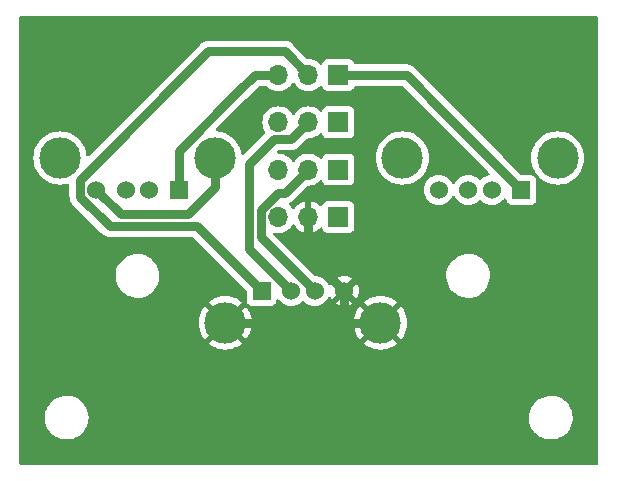
<source format=gbr>
%TF.GenerationSoftware,KiCad,Pcbnew,7.0.2*%
%TF.CreationDate,2023-04-22T20:19:08-03:00*%
%TF.ProjectId,usbsplitter,75736273-706c-4697-9474-65722e6b6963,1.0.1*%
%TF.SameCoordinates,Original*%
%TF.FileFunction,Copper,L1,Top*%
%TF.FilePolarity,Positive*%
%FSLAX46Y46*%
G04 Gerber Fmt 4.6, Leading zero omitted, Abs format (unit mm)*
G04 Created by KiCad (PCBNEW 7.0.2) date 2023-04-22 20:19:08*
%MOMM*%
%LPD*%
G01*
G04 APERTURE LIST*
%TA.AperFunction,ComponentPad*%
%ADD10R,1.700000X1.700000*%
%TD*%
%TA.AperFunction,ComponentPad*%
%ADD11O,1.700000X1.700000*%
%TD*%
%TA.AperFunction,ComponentPad*%
%ADD12R,1.524000X1.524000*%
%TD*%
%TA.AperFunction,ComponentPad*%
%ADD13C,1.524000*%
%TD*%
%TA.AperFunction,ComponentPad*%
%ADD14C,3.500000*%
%TD*%
%TA.AperFunction,Conductor*%
%ADD15C,0.800000*%
%TD*%
G04 APERTURE END LIST*
D10*
%TO.P,SW4,1,A*%
%TO.N,/GNDA*%
X179000000Y-82000000D03*
D11*
%TO.P,SW4,2,B*%
%TO.N,GND*%
X176460000Y-82000000D03*
%TO.P,SW4,3,C*%
%TO.N,/GNDB*%
X173920000Y-82000000D03*
%TD*%
D10*
%TO.P,SW3,1,A*%
%TO.N,/D-A*%
X179000000Y-74000000D03*
D11*
%TO.P,SW3,2,B*%
%TO.N,/D-*%
X176460000Y-74000000D03*
%TO.P,SW3,3,C*%
%TO.N,/D-B*%
X173920000Y-74000000D03*
%TD*%
D10*
%TO.P,SW2,1,A*%
%TO.N,/D+A*%
X179000000Y-78000000D03*
D11*
%TO.P,SW2,2,B*%
%TO.N,/D+*%
X176460000Y-78000000D03*
%TO.P,SW2,3,C*%
%TO.N,/D+B*%
X173920000Y-78000000D03*
%TD*%
D10*
%TO.P,SW1,1,A*%
%TO.N,/5VA*%
X179000000Y-70000000D03*
D11*
%TO.P,SW1,2,B*%
%TO.N,+5V*%
X176460000Y-70000000D03*
%TO.P,SW1,3,C*%
%TO.N,/5VB*%
X173920000Y-70000000D03*
%TD*%
D12*
%TO.P,OUT2,1,VBUS*%
%TO.N,/5VB*%
X165500000Y-79727500D03*
D13*
%TO.P,OUT2,2,D-*%
%TO.N,/D-B*%
X163000000Y-79727500D03*
%TO.P,OUT2,3,D+*%
%TO.N,/D+B*%
X161000000Y-79727500D03*
%TO.P,OUT2,4,GND*%
%TO.N,/GNDB*%
X158500000Y-79727500D03*
D14*
%TO.P,OUT2,5,Shield*%
X155430000Y-77017500D03*
X168570000Y-77017500D03*
%TD*%
D12*
%TO.P,OUT1,1,VBUS*%
%TO.N,/5VA*%
X194500000Y-79727500D03*
D13*
%TO.P,OUT1,2,D-*%
%TO.N,/D-A*%
X192000000Y-79727500D03*
%TO.P,OUT1,3,D+*%
%TO.N,/D+A*%
X190000000Y-79727500D03*
%TO.P,OUT1,4,GND*%
%TO.N,/GNDA*%
X187500000Y-79727500D03*
D14*
%TO.P,OUT1,5,Shield*%
X184430000Y-77017500D03*
X197570000Y-77017500D03*
%TD*%
D12*
%TO.P,IN1,1,VBUS*%
%TO.N,+5V*%
X172500000Y-88272500D03*
D13*
%TO.P,IN1,2,D-*%
%TO.N,/D-*%
X175000000Y-88272500D03*
%TO.P,IN1,3,D+*%
%TO.N,/D+*%
X177000000Y-88272500D03*
%TO.P,IN1,4,GND*%
%TO.N,GND*%
X179500000Y-88272500D03*
D14*
%TO.P,IN1,5,Shield*%
X182570000Y-90982500D03*
X169430000Y-90982500D03*
%TD*%
D15*
%TO.N,+5V*%
X172500000Y-88272500D02*
X167020393Y-82792893D01*
X174460000Y-68000000D02*
X176460000Y-70000000D01*
X167020393Y-82792893D02*
X159639234Y-82792893D01*
X159639234Y-82792893D02*
X157138000Y-80291659D01*
X157138000Y-80291659D02*
X157138000Y-78862000D01*
X157138000Y-78862000D02*
X168000000Y-68000000D01*
X168000000Y-68000000D02*
X174460000Y-68000000D01*
%TO.N,GND*%
X176460000Y-85232500D02*
X176460000Y-82000000D01*
%TO.N,/D+*%
X177000000Y-88272500D02*
X172470000Y-83742500D01*
X172470000Y-83742500D02*
X172470000Y-81399390D01*
X172470000Y-81399390D02*
X173869390Y-80000000D01*
X174460000Y-80000000D02*
X176460000Y-78000000D01*
X173869390Y-80000000D02*
X174460000Y-80000000D01*
%TO.N,/D-*%
X171470000Y-84742500D02*
X171470000Y-77530000D01*
X171470000Y-77530000D02*
X173550000Y-75450000D01*
X173550000Y-75450000D02*
X175010000Y-75450000D01*
X175010000Y-75450000D02*
X176460000Y-74000000D01*
%TO.N,/5VA*%
X187886250Y-73113750D02*
X194500000Y-79727500D01*
X179000000Y-70000000D02*
X184772500Y-70000000D01*
X184772500Y-70000000D02*
X187886250Y-73113750D01*
%TO.N,/5VB*%
X170460000Y-71460000D02*
X165500000Y-76420000D01*
X173920000Y-70000000D02*
X171920000Y-70000000D01*
X171920000Y-70000000D02*
X170460000Y-71460000D01*
%TO.N,GND*%
X169430000Y-90982500D02*
X179000000Y-90982500D01*
X179000000Y-90982500D02*
X182570000Y-90982500D01*
X179500000Y-88272500D02*
X179500000Y-90482500D01*
X179500000Y-90482500D02*
X179000000Y-90982500D01*
%TO.N,/GNDB*%
X168570000Y-77017500D02*
X168570000Y-79492373D01*
X168570000Y-79492373D02*
X166269480Y-81792893D01*
X166269480Y-81792893D02*
X160565393Y-81792893D01*
X160565393Y-81792893D02*
X158500000Y-79727500D01*
%TO.N,/5VB*%
X165500000Y-76420000D02*
X165500000Y-79727500D01*
%TO.N,/D-*%
X171470000Y-84742500D02*
X175000000Y-88272500D01*
%TO.N,GND*%
X176460000Y-85232500D02*
X179500000Y-88272500D01*
%TD*%
%TA.AperFunction,Conductor*%
%TO.N,GND*%
G36*
X200942539Y-65020185D02*
G01*
X200988294Y-65072989D01*
X200999500Y-65124500D01*
X200999500Y-102875500D01*
X200979815Y-102942539D01*
X200927011Y-102988294D01*
X200875500Y-102999500D01*
X152124500Y-102999500D01*
X152057461Y-102979815D01*
X152011706Y-102927011D01*
X152000500Y-102875500D01*
X152000500Y-99067764D01*
X154145787Y-99067764D01*
X154175413Y-99337016D01*
X154243928Y-99599087D01*
X154349871Y-99848392D01*
X154490982Y-100079611D01*
X154580253Y-100186881D01*
X154664255Y-100287820D01*
X154865998Y-100468582D01*
X155091910Y-100618044D01*
X155198211Y-100667876D01*
X155337177Y-100733021D01*
X155596562Y-100811058D01*
X155596569Y-100811060D01*
X155864561Y-100850500D01*
X155864564Y-100850500D01*
X156065369Y-100850500D01*
X156067631Y-100850500D01*
X156270156Y-100835677D01*
X156534553Y-100776780D01*
X156787558Y-100680014D01*
X157023777Y-100547441D01*
X157238177Y-100381888D01*
X157426186Y-100186881D01*
X157583799Y-99966579D01*
X157707656Y-99725675D01*
X157795118Y-99469305D01*
X157844319Y-99202933D01*
X157849259Y-99067764D01*
X195145787Y-99067764D01*
X195175413Y-99337016D01*
X195243928Y-99599087D01*
X195349871Y-99848392D01*
X195490982Y-100079611D01*
X195580253Y-100186881D01*
X195664255Y-100287820D01*
X195865998Y-100468582D01*
X196091910Y-100618044D01*
X196198211Y-100667876D01*
X196337177Y-100733021D01*
X196596562Y-100811058D01*
X196596569Y-100811060D01*
X196864561Y-100850500D01*
X196864564Y-100850500D01*
X197065369Y-100850500D01*
X197067631Y-100850500D01*
X197270156Y-100835677D01*
X197534553Y-100776780D01*
X197787558Y-100680014D01*
X198023777Y-100547441D01*
X198238177Y-100381888D01*
X198426186Y-100186881D01*
X198583799Y-99966579D01*
X198707656Y-99725675D01*
X198795118Y-99469305D01*
X198844319Y-99202933D01*
X198854212Y-98932235D01*
X198824586Y-98662982D01*
X198756072Y-98400912D01*
X198650130Y-98151610D01*
X198509018Y-97920390D01*
X198509017Y-97920388D01*
X198335746Y-97712181D01*
X198230759Y-97618112D01*
X198134002Y-97531418D01*
X197908090Y-97381956D01*
X197908086Y-97381954D01*
X197662822Y-97266978D01*
X197403437Y-97188941D01*
X197403431Y-97188940D01*
X197135439Y-97149500D01*
X196932369Y-97149500D01*
X196930120Y-97149664D01*
X196930109Y-97149665D01*
X196729843Y-97164322D01*
X196465449Y-97223219D01*
X196212441Y-97319986D01*
X195976223Y-97452559D01*
X195761825Y-97618109D01*
X195573813Y-97813120D01*
X195416201Y-98033420D01*
X195292342Y-98274329D01*
X195204881Y-98530695D01*
X195155680Y-98797066D01*
X195145787Y-99067764D01*
X157849259Y-99067764D01*
X157854212Y-98932235D01*
X157824586Y-98662982D01*
X157756072Y-98400912D01*
X157650130Y-98151610D01*
X157509018Y-97920390D01*
X157509017Y-97920388D01*
X157335746Y-97712181D01*
X157230759Y-97618112D01*
X157134002Y-97531418D01*
X156908090Y-97381956D01*
X156908086Y-97381954D01*
X156662822Y-97266978D01*
X156403437Y-97188941D01*
X156403431Y-97188940D01*
X156135439Y-97149500D01*
X155932369Y-97149500D01*
X155930120Y-97149664D01*
X155930109Y-97149665D01*
X155729843Y-97164322D01*
X155465449Y-97223219D01*
X155212441Y-97319986D01*
X154976223Y-97452559D01*
X154761825Y-97618109D01*
X154573813Y-97813120D01*
X154416201Y-98033420D01*
X154292342Y-98274329D01*
X154204881Y-98530695D01*
X154155680Y-98797066D01*
X154145787Y-99067764D01*
X152000500Y-99067764D01*
X152000500Y-90986543D01*
X167175437Y-90986543D01*
X167194197Y-91272771D01*
X167195253Y-91280793D01*
X167251210Y-91562108D01*
X167253307Y-91569936D01*
X167345505Y-91841538D01*
X167348607Y-91849028D01*
X167475466Y-92106274D01*
X167479516Y-92113288D01*
X167638866Y-92351771D01*
X167643805Y-92358208D01*
X167670405Y-92388539D01*
X167670406Y-92388539D01*
X168459438Y-91599507D01*
X168508348Y-91678499D01*
X168651931Y-91836001D01*
X168810388Y-91955663D01*
X168023959Y-92742092D01*
X168023959Y-92742093D01*
X168054291Y-92768694D01*
X168060728Y-92773633D01*
X168299211Y-92932983D01*
X168306225Y-92937033D01*
X168563471Y-93063892D01*
X168570961Y-93066994D01*
X168842563Y-93159192D01*
X168850391Y-93161289D01*
X169131706Y-93217246D01*
X169139728Y-93218302D01*
X169425957Y-93237063D01*
X169434043Y-93237063D01*
X169720271Y-93218302D01*
X169728293Y-93217246D01*
X170009608Y-93161289D01*
X170017436Y-93159192D01*
X170289038Y-93066994D01*
X170296528Y-93063892D01*
X170553774Y-92937033D01*
X170560788Y-92932983D01*
X170799273Y-92773632D01*
X170805698Y-92768701D01*
X170836040Y-92742092D01*
X170049611Y-91955663D01*
X170208069Y-91836001D01*
X170351652Y-91678499D01*
X170400560Y-91599508D01*
X171189592Y-92388540D01*
X171216201Y-92358198D01*
X171221132Y-92351773D01*
X171380483Y-92113288D01*
X171384533Y-92106274D01*
X171511392Y-91849028D01*
X171514494Y-91841538D01*
X171606692Y-91569936D01*
X171608789Y-91562108D01*
X171664746Y-91280793D01*
X171665802Y-91272771D01*
X171684563Y-90986543D01*
X180315437Y-90986543D01*
X180334197Y-91272771D01*
X180335253Y-91280793D01*
X180391210Y-91562108D01*
X180393307Y-91569936D01*
X180485505Y-91841538D01*
X180488607Y-91849028D01*
X180615466Y-92106274D01*
X180619516Y-92113288D01*
X180778866Y-92351771D01*
X180783805Y-92358208D01*
X180810405Y-92388539D01*
X180810406Y-92388539D01*
X181599438Y-91599507D01*
X181648348Y-91678499D01*
X181791931Y-91836001D01*
X181950388Y-91955663D01*
X181163959Y-92742092D01*
X181163959Y-92742093D01*
X181194291Y-92768694D01*
X181200728Y-92773633D01*
X181439211Y-92932983D01*
X181446225Y-92937033D01*
X181703471Y-93063892D01*
X181710961Y-93066994D01*
X181982563Y-93159192D01*
X181990391Y-93161289D01*
X182271706Y-93217246D01*
X182279728Y-93218302D01*
X182565957Y-93237063D01*
X182574043Y-93237063D01*
X182860271Y-93218302D01*
X182868293Y-93217246D01*
X183149608Y-93161289D01*
X183157436Y-93159192D01*
X183429038Y-93066994D01*
X183436528Y-93063892D01*
X183693774Y-92937033D01*
X183700788Y-92932983D01*
X183939273Y-92773632D01*
X183945698Y-92768701D01*
X183976040Y-92742092D01*
X183189611Y-91955663D01*
X183348069Y-91836001D01*
X183491652Y-91678499D01*
X183540560Y-91599508D01*
X184329592Y-92388540D01*
X184356201Y-92358198D01*
X184361132Y-92351773D01*
X184520483Y-92113288D01*
X184524533Y-92106274D01*
X184651392Y-91849028D01*
X184654494Y-91841538D01*
X184746692Y-91569936D01*
X184748789Y-91562108D01*
X184804746Y-91280793D01*
X184805802Y-91272771D01*
X184824563Y-90986543D01*
X184824563Y-90978456D01*
X184805802Y-90692228D01*
X184804746Y-90684206D01*
X184748789Y-90402891D01*
X184746692Y-90395063D01*
X184654494Y-90123461D01*
X184651392Y-90115971D01*
X184524533Y-89858725D01*
X184520483Y-89851711D01*
X184361133Y-89613228D01*
X184356194Y-89606791D01*
X184329592Y-89576459D01*
X183540560Y-90365491D01*
X183491652Y-90286501D01*
X183348069Y-90128999D01*
X183189610Y-90009335D01*
X183976039Y-89222906D01*
X183976039Y-89222905D01*
X183945708Y-89196305D01*
X183939271Y-89191366D01*
X183700788Y-89032016D01*
X183693774Y-89027966D01*
X183436528Y-88901107D01*
X183429038Y-88898005D01*
X183157436Y-88805807D01*
X183149608Y-88803710D01*
X182868293Y-88747753D01*
X182860271Y-88746697D01*
X182574043Y-88727937D01*
X182565957Y-88727937D01*
X182279728Y-88746697D01*
X182271706Y-88747753D01*
X181990391Y-88803710D01*
X181982563Y-88805807D01*
X181710961Y-88898005D01*
X181703471Y-88901107D01*
X181446225Y-89027966D01*
X181439211Y-89032016D01*
X181200723Y-89191369D01*
X181194295Y-89196301D01*
X181163958Y-89222905D01*
X181163958Y-89222906D01*
X181950388Y-90009336D01*
X181791931Y-90128999D01*
X181648348Y-90286501D01*
X181599439Y-90365491D01*
X180810406Y-89576458D01*
X180810405Y-89576458D01*
X180783801Y-89606795D01*
X180778869Y-89613223D01*
X180619516Y-89851711D01*
X180615466Y-89858725D01*
X180488607Y-90115971D01*
X180485505Y-90123461D01*
X180393307Y-90395063D01*
X180391210Y-90402891D01*
X180335253Y-90684206D01*
X180334197Y-90692228D01*
X180315437Y-90978456D01*
X180315437Y-90986543D01*
X171684563Y-90986543D01*
X171684563Y-90978456D01*
X171665802Y-90692228D01*
X171664746Y-90684206D01*
X171608789Y-90402891D01*
X171606692Y-90395063D01*
X171514494Y-90123461D01*
X171511392Y-90115971D01*
X171384533Y-89858725D01*
X171380483Y-89851711D01*
X171221133Y-89613228D01*
X171216194Y-89606791D01*
X171189592Y-89576459D01*
X170400560Y-90365491D01*
X170351652Y-90286501D01*
X170208069Y-90128999D01*
X170049610Y-90009335D01*
X170836039Y-89222906D01*
X170836039Y-89222905D01*
X170805708Y-89196305D01*
X170799271Y-89191366D01*
X170560788Y-89032016D01*
X170553774Y-89027966D01*
X170296528Y-88901107D01*
X170289038Y-88898005D01*
X170017436Y-88805807D01*
X170009608Y-88803710D01*
X169728293Y-88747753D01*
X169720271Y-88746697D01*
X169434043Y-88727937D01*
X169425957Y-88727937D01*
X169139728Y-88746697D01*
X169131706Y-88747753D01*
X168850391Y-88803710D01*
X168842563Y-88805807D01*
X168570961Y-88898005D01*
X168563471Y-88901107D01*
X168306225Y-89027966D01*
X168299211Y-89032016D01*
X168060723Y-89191369D01*
X168054295Y-89196301D01*
X168023958Y-89222905D01*
X168023958Y-89222906D01*
X168810388Y-90009336D01*
X168651931Y-90128999D01*
X168508348Y-90286501D01*
X168459439Y-90365491D01*
X167670406Y-89576458D01*
X167670405Y-89576458D01*
X167643801Y-89606795D01*
X167638869Y-89613223D01*
X167479516Y-89851711D01*
X167475466Y-89858725D01*
X167348607Y-90115971D01*
X167345505Y-90123461D01*
X167253307Y-90395063D01*
X167251210Y-90402891D01*
X167195253Y-90684206D01*
X167194197Y-90692228D01*
X167175437Y-90978456D01*
X167175437Y-90986543D01*
X152000500Y-90986543D01*
X152000500Y-87067764D01*
X160145787Y-87067764D01*
X160175413Y-87337016D01*
X160175414Y-87337018D01*
X160243928Y-87599088D01*
X160341193Y-87827971D01*
X160349871Y-87848392D01*
X160490982Y-88079611D01*
X160660660Y-88283500D01*
X160664255Y-88287820D01*
X160865998Y-88468582D01*
X161091910Y-88618044D01*
X161198211Y-88667876D01*
X161337177Y-88733021D01*
X161596562Y-88811058D01*
X161596569Y-88811060D01*
X161864561Y-88850500D01*
X161864564Y-88850500D01*
X162065369Y-88850500D01*
X162067631Y-88850500D01*
X162270156Y-88835677D01*
X162534553Y-88776780D01*
X162787558Y-88680014D01*
X163023777Y-88547441D01*
X163238177Y-88381888D01*
X163426186Y-88186881D01*
X163583799Y-87966579D01*
X163707656Y-87725675D01*
X163795118Y-87469305D01*
X163844319Y-87202933D01*
X163854212Y-86932235D01*
X163824586Y-86662982D01*
X163756072Y-86400912D01*
X163650130Y-86151610D01*
X163509018Y-85920390D01*
X163509017Y-85920388D01*
X163335746Y-85712181D01*
X163230759Y-85618112D01*
X163134002Y-85531418D01*
X162908090Y-85381956D01*
X162908086Y-85381954D01*
X162662822Y-85266978D01*
X162403437Y-85188941D01*
X162403431Y-85188940D01*
X162135439Y-85149500D01*
X161932369Y-85149500D01*
X161930120Y-85149664D01*
X161930109Y-85149665D01*
X161729843Y-85164322D01*
X161465449Y-85223219D01*
X161212441Y-85319986D01*
X160976223Y-85452559D01*
X160761825Y-85618109D01*
X160573813Y-85813120D01*
X160416201Y-86033420D01*
X160292342Y-86274329D01*
X160204881Y-86530695D01*
X160155680Y-86797066D01*
X160145787Y-87067764D01*
X152000500Y-87067764D01*
X152000500Y-77017500D01*
X153174671Y-77017500D01*
X153193966Y-77311880D01*
X153194757Y-77315861D01*
X153194758Y-77315862D01*
X153250726Y-77597238D01*
X153250728Y-77597245D01*
X153251519Y-77601222D01*
X153252819Y-77605053D01*
X153252823Y-77605066D01*
X153271720Y-77660733D01*
X153346348Y-77880577D01*
X153348141Y-77884213D01*
X153348144Y-77884220D01*
X153475032Y-78141525D01*
X153475038Y-78141536D01*
X153476828Y-78145165D01*
X153479079Y-78148534D01*
X153479082Y-78148539D01*
X153638467Y-78387075D01*
X153640727Y-78390457D01*
X153835242Y-78612258D01*
X154057043Y-78806773D01*
X154302335Y-78970672D01*
X154305968Y-78972463D01*
X154305974Y-78972467D01*
X154494792Y-79065581D01*
X154566923Y-79101152D01*
X154739708Y-79159805D01*
X154842433Y-79194676D01*
X154842435Y-79194676D01*
X154846278Y-79195981D01*
X155135620Y-79253534D01*
X155430000Y-79272829D01*
X155724380Y-79253534D01*
X156013722Y-79195981D01*
X156073644Y-79175639D01*
X156143448Y-79172730D01*
X156203749Y-79208023D01*
X156235396Y-79270314D01*
X156237500Y-79293059D01*
X156237500Y-80211032D01*
X156235973Y-80230430D01*
X156233780Y-80244269D01*
X156237330Y-80311994D01*
X156237500Y-80318483D01*
X156237500Y-80338851D01*
X156237837Y-80342063D01*
X156237838Y-80342072D01*
X156239628Y-80359106D01*
X156240136Y-80365568D01*
X156243686Y-80433304D01*
X156247315Y-80446846D01*
X156250860Y-80465974D01*
X156252325Y-80479913D01*
X156273282Y-80544413D01*
X156275125Y-80550635D01*
X156292679Y-80616146D01*
X156299042Y-80628633D01*
X156306489Y-80646612D01*
X156310820Y-80659942D01*
X156344725Y-80718667D01*
X156347823Y-80724372D01*
X156365662Y-80759383D01*
X156378617Y-80784808D01*
X156387439Y-80795702D01*
X156398458Y-80811735D01*
X156405466Y-80823874D01*
X156450854Y-80874284D01*
X156455067Y-80879216D01*
X156467881Y-80895039D01*
X156470180Y-80897338D01*
X156482274Y-80909432D01*
X156486743Y-80914141D01*
X156529736Y-80961890D01*
X156532129Y-80964547D01*
X156543467Y-80972784D01*
X156558265Y-80985423D01*
X158945469Y-83372627D01*
X158958107Y-83387424D01*
X158966345Y-83398764D01*
X159016750Y-83444148D01*
X159021459Y-83448617D01*
X159035854Y-83463012D01*
X159038376Y-83465054D01*
X159051676Y-83475825D01*
X159056589Y-83480020D01*
X159107018Y-83525426D01*
X159107020Y-83525427D01*
X159107021Y-83525428D01*
X159119150Y-83532430D01*
X159135192Y-83543455D01*
X159146084Y-83552276D01*
X159168579Y-83563737D01*
X159206526Y-83583071D01*
X159212183Y-83586142D01*
X159270950Y-83620072D01*
X159284287Y-83624405D01*
X159302254Y-83631848D01*
X159314746Y-83638213D01*
X159314748Y-83638214D01*
X159380262Y-83655769D01*
X159386485Y-83657612D01*
X159450978Y-83678567D01*
X159464920Y-83680031D01*
X159484050Y-83683578D01*
X159497587Y-83687206D01*
X159503531Y-83687517D01*
X159565329Y-83690755D01*
X159571787Y-83691264D01*
X159592042Y-83693393D01*
X159612408Y-83693393D01*
X159618897Y-83693563D01*
X159686622Y-83697112D01*
X159700462Y-83694919D01*
X159719860Y-83693393D01*
X166596032Y-83693393D01*
X166663071Y-83713078D01*
X166683713Y-83729712D01*
X171201181Y-88247181D01*
X171234666Y-88308504D01*
X171237500Y-88334862D01*
X171237500Y-89079060D01*
X171237500Y-89079078D01*
X171237501Y-89082372D01*
X171237853Y-89085652D01*
X171237854Y-89085659D01*
X171243909Y-89141984D01*
X171262328Y-89191366D01*
X171294204Y-89276831D01*
X171380454Y-89392046D01*
X171495669Y-89478296D01*
X171630517Y-89528591D01*
X171690127Y-89535000D01*
X173309872Y-89534999D01*
X173369483Y-89528591D01*
X173504331Y-89478296D01*
X173619546Y-89392046D01*
X173705796Y-89276831D01*
X173756091Y-89141983D01*
X173762229Y-89084888D01*
X173788965Y-89020340D01*
X173846357Y-88980491D01*
X173916182Y-88977996D01*
X173976272Y-89013648D01*
X173987087Y-89027014D01*
X174029174Y-89087120D01*
X174185380Y-89243326D01*
X174366338Y-89370034D01*
X174566550Y-89463394D01*
X174779932Y-89520570D01*
X175000000Y-89539823D01*
X175220068Y-89520570D01*
X175433450Y-89463394D01*
X175633662Y-89370034D01*
X175814620Y-89243326D01*
X175912322Y-89145623D01*
X175973641Y-89112141D01*
X176043333Y-89117125D01*
X176087676Y-89145622D01*
X176185380Y-89243326D01*
X176366338Y-89370034D01*
X176566550Y-89463394D01*
X176779932Y-89520570D01*
X177000000Y-89539823D01*
X177220068Y-89520570D01*
X177433450Y-89463394D01*
X177633662Y-89370034D01*
X177814620Y-89243326D01*
X177970826Y-89087120D01*
X178097534Y-88906162D01*
X178137894Y-88819608D01*
X178184066Y-88767169D01*
X178251259Y-88748017D01*
X178318140Y-88768232D01*
X178362658Y-88819609D01*
X178402899Y-88905907D01*
X178448258Y-88970687D01*
X179046220Y-88372725D01*
X179046467Y-88376016D01*
X179097128Y-88505098D01*
X179183586Y-88613513D01*
X179298159Y-88691627D01*
X179402301Y-88723750D01*
X178801812Y-89324240D01*
X178866593Y-89369601D01*
X179066718Y-89462920D01*
X179280021Y-89520075D01*
X179500000Y-89539321D01*
X179719978Y-89520075D01*
X179933281Y-89462920D01*
X180133408Y-89369600D01*
X180198187Y-89324240D01*
X179597020Y-88723072D01*
X179637119Y-88717029D01*
X179762054Y-88656863D01*
X179863705Y-88562545D01*
X179933039Y-88442455D01*
X179949850Y-88368796D01*
X180551740Y-88970686D01*
X180597100Y-88905908D01*
X180690420Y-88705781D01*
X180747575Y-88492478D01*
X180766821Y-88272499D01*
X180747575Y-88052521D01*
X180690421Y-87839220D01*
X180597098Y-87639089D01*
X180551740Y-87574311D01*
X179953779Y-88172271D01*
X179953533Y-88168984D01*
X179902872Y-88039902D01*
X179816414Y-87931487D01*
X179701841Y-87853373D01*
X179597697Y-87821249D01*
X180198187Y-87220758D01*
X180133406Y-87175398D01*
X179933281Y-87082079D01*
X179879857Y-87067764D01*
X188145787Y-87067764D01*
X188175413Y-87337016D01*
X188175414Y-87337018D01*
X188243928Y-87599088D01*
X188341193Y-87827971D01*
X188349871Y-87848392D01*
X188490982Y-88079611D01*
X188660660Y-88283500D01*
X188664255Y-88287820D01*
X188865998Y-88468582D01*
X189091910Y-88618044D01*
X189198211Y-88667876D01*
X189337177Y-88733021D01*
X189596562Y-88811058D01*
X189596569Y-88811060D01*
X189864561Y-88850500D01*
X189864564Y-88850500D01*
X190065369Y-88850500D01*
X190067631Y-88850500D01*
X190270156Y-88835677D01*
X190534553Y-88776780D01*
X190787558Y-88680014D01*
X191023777Y-88547441D01*
X191238177Y-88381888D01*
X191426186Y-88186881D01*
X191583799Y-87966579D01*
X191707656Y-87725675D01*
X191795118Y-87469305D01*
X191844319Y-87202933D01*
X191854212Y-86932235D01*
X191824586Y-86662982D01*
X191756072Y-86400912D01*
X191650130Y-86151610D01*
X191509018Y-85920390D01*
X191509017Y-85920388D01*
X191335746Y-85712181D01*
X191230759Y-85618112D01*
X191134002Y-85531418D01*
X190908090Y-85381956D01*
X190908086Y-85381954D01*
X190662822Y-85266978D01*
X190403437Y-85188941D01*
X190403431Y-85188940D01*
X190135439Y-85149500D01*
X189932369Y-85149500D01*
X189930120Y-85149664D01*
X189930109Y-85149665D01*
X189729843Y-85164322D01*
X189465449Y-85223219D01*
X189212441Y-85319986D01*
X188976223Y-85452559D01*
X188761825Y-85618109D01*
X188573813Y-85813120D01*
X188416201Y-86033420D01*
X188292342Y-86274329D01*
X188204881Y-86530695D01*
X188155680Y-86797066D01*
X188145787Y-87067764D01*
X179879857Y-87067764D01*
X179719978Y-87024924D01*
X179500000Y-87005678D01*
X179280021Y-87024924D01*
X179066719Y-87082078D01*
X178866589Y-87175400D01*
X178801812Y-87220758D01*
X178801811Y-87220758D01*
X179402980Y-87821927D01*
X179362881Y-87827971D01*
X179237946Y-87888137D01*
X179136295Y-87982455D01*
X179066961Y-88102545D01*
X179050149Y-88176202D01*
X178448258Y-87574311D01*
X178448258Y-87574312D01*
X178402901Y-87639088D01*
X178362657Y-87725392D01*
X178316484Y-87777831D01*
X178249290Y-87796982D01*
X178182409Y-87776766D01*
X178137893Y-87725390D01*
X178097534Y-87638839D01*
X178069700Y-87599088D01*
X177970826Y-87457880D01*
X177814620Y-87301674D01*
X177633662Y-87174966D01*
X177433451Y-87081606D01*
X177220065Y-87024429D01*
X177051728Y-87009702D01*
X176986659Y-86984250D01*
X176974854Y-86973855D01*
X173535722Y-83534723D01*
X173502237Y-83473400D01*
X173507221Y-83403708D01*
X173549093Y-83347775D01*
X173614557Y-83323358D01*
X173655496Y-83327266D01*
X173684592Y-83335063D01*
X173920000Y-83355659D01*
X174155408Y-83335063D01*
X174383663Y-83273903D01*
X174597830Y-83174035D01*
X174791401Y-83038495D01*
X174958495Y-82871401D01*
X175088732Y-82685403D01*
X175143307Y-82641780D01*
X175212805Y-82634586D01*
X175275160Y-82666109D01*
X175291880Y-82685404D01*
X175421893Y-82871081D01*
X175588918Y-83038106D01*
X175782423Y-83173600D01*
X175996509Y-83273430D01*
X176210000Y-83330634D01*
X176210000Y-82435501D01*
X176317685Y-82484680D01*
X176424237Y-82500000D01*
X176495763Y-82500000D01*
X176602315Y-82484680D01*
X176710000Y-82435501D01*
X176710000Y-83330633D01*
X176923490Y-83273430D01*
X177137576Y-83173600D01*
X177331077Y-83038109D01*
X177453133Y-82916053D01*
X177514456Y-82882568D01*
X177584148Y-82887552D01*
X177640082Y-82929423D01*
X177656996Y-82960399D01*
X177706204Y-83092331D01*
X177792454Y-83207546D01*
X177907669Y-83293796D01*
X178042517Y-83344091D01*
X178102127Y-83350500D01*
X179897872Y-83350499D01*
X179957483Y-83344091D01*
X180092331Y-83293796D01*
X180207546Y-83207546D01*
X180293796Y-83092331D01*
X180344091Y-82957483D01*
X180350500Y-82897873D01*
X180350499Y-81102128D01*
X180344091Y-81042517D01*
X180293796Y-80907669D01*
X180207546Y-80792454D01*
X180092331Y-80706204D01*
X179957483Y-80655909D01*
X179955734Y-80655721D01*
X179901166Y-80649854D01*
X179901165Y-80649853D01*
X179897873Y-80649500D01*
X179894550Y-80649500D01*
X178105439Y-80649500D01*
X178105420Y-80649500D01*
X178102128Y-80649501D01*
X178098848Y-80649853D01*
X178098840Y-80649854D01*
X178042515Y-80655909D01*
X177907669Y-80706204D01*
X177792454Y-80792454D01*
X177706204Y-80907669D01*
X177656997Y-81039599D01*
X177615125Y-81095532D01*
X177549661Y-81119949D01*
X177481388Y-81105097D01*
X177453134Y-81083946D01*
X177331081Y-80961893D01*
X177137576Y-80826399D01*
X176923492Y-80726569D01*
X176710000Y-80669364D01*
X176710000Y-81564498D01*
X176602315Y-81515320D01*
X176495763Y-81500000D01*
X176424237Y-81500000D01*
X176317685Y-81515320D01*
X176210000Y-81564498D01*
X176210000Y-80669364D01*
X176209999Y-80669364D01*
X175996507Y-80726569D01*
X175782421Y-80826400D01*
X175588921Y-80961890D01*
X175421893Y-81128918D01*
X175291880Y-81314596D01*
X175237303Y-81358220D01*
X175167804Y-81365413D01*
X175105450Y-81333891D01*
X175088730Y-81314595D01*
X174958494Y-81128598D01*
X174834009Y-81004113D01*
X174800524Y-80942790D01*
X174805508Y-80873098D01*
X174847380Y-80817165D01*
X174859672Y-80809056D01*
X174887048Y-80793250D01*
X174892677Y-80790193D01*
X174953149Y-80759383D01*
X174964042Y-80750560D01*
X174980074Y-80739542D01*
X174992216Y-80732533D01*
X175042638Y-80687131D01*
X175047540Y-80682945D01*
X175063380Y-80670119D01*
X175077779Y-80655718D01*
X175082471Y-80651265D01*
X175132888Y-80605871D01*
X175141129Y-80594526D01*
X175153760Y-80579737D01*
X176343564Y-79389933D01*
X176404885Y-79356450D01*
X176442048Y-79354088D01*
X176460000Y-79355659D01*
X176460002Y-79355658D01*
X176460004Y-79355659D01*
X176648326Y-79339182D01*
X176695408Y-79335063D01*
X176923663Y-79273903D01*
X177137830Y-79174035D01*
X177331401Y-79038495D01*
X177453329Y-78916566D01*
X177514648Y-78883084D01*
X177584340Y-78888068D01*
X177640274Y-78929939D01*
X177657189Y-78960916D01*
X177678583Y-79018276D01*
X177706204Y-79092331D01*
X177792454Y-79207546D01*
X177907669Y-79293796D01*
X178042517Y-79344091D01*
X178102127Y-79350500D01*
X179897872Y-79350499D01*
X179957483Y-79344091D01*
X180092331Y-79293796D01*
X180207546Y-79207546D01*
X180293796Y-79092331D01*
X180344091Y-78957483D01*
X180350500Y-78897873D01*
X180350499Y-77102128D01*
X180344091Y-77042517D01*
X180334760Y-77017500D01*
X182174671Y-77017500D01*
X182193966Y-77311880D01*
X182194757Y-77315861D01*
X182194758Y-77315862D01*
X182250726Y-77597238D01*
X182250728Y-77597245D01*
X182251519Y-77601222D01*
X182252819Y-77605053D01*
X182252823Y-77605066D01*
X182271720Y-77660733D01*
X182346348Y-77880577D01*
X182348141Y-77884213D01*
X182348144Y-77884220D01*
X182475032Y-78141525D01*
X182475038Y-78141536D01*
X182476828Y-78145165D01*
X182479079Y-78148534D01*
X182479082Y-78148539D01*
X182638467Y-78387075D01*
X182640727Y-78390457D01*
X182835242Y-78612258D01*
X183057043Y-78806773D01*
X183302335Y-78970672D01*
X183305968Y-78972463D01*
X183305974Y-78972467D01*
X183494792Y-79065581D01*
X183566923Y-79101152D01*
X183739708Y-79159805D01*
X183842433Y-79194676D01*
X183842435Y-79194676D01*
X183846278Y-79195981D01*
X184135620Y-79253534D01*
X184430000Y-79272829D01*
X184724380Y-79253534D01*
X185013722Y-79195981D01*
X185293077Y-79101152D01*
X185557665Y-78970672D01*
X185802957Y-78806773D01*
X186024758Y-78612258D01*
X186219273Y-78390457D01*
X186383172Y-78145165D01*
X186513652Y-77880577D01*
X186608481Y-77601222D01*
X186666034Y-77311880D01*
X186685329Y-77017500D01*
X186666034Y-76723120D01*
X186608481Y-76433778D01*
X186596900Y-76399663D01*
X186557816Y-76284525D01*
X186513652Y-76154423D01*
X186383172Y-75889836D01*
X186348119Y-75837376D01*
X186287807Y-75747112D01*
X186219273Y-75644543D01*
X186024758Y-75422742D01*
X185802957Y-75228227D01*
X185772006Y-75207546D01*
X185561039Y-75066582D01*
X185561034Y-75066579D01*
X185557665Y-75064328D01*
X185554036Y-75062538D01*
X185554025Y-75062532D01*
X185296720Y-74935644D01*
X185296713Y-74935641D01*
X185293077Y-74933848D01*
X185281562Y-74929939D01*
X185017566Y-74840323D01*
X185017553Y-74840319D01*
X185013722Y-74839019D01*
X185009745Y-74838228D01*
X185009738Y-74838226D01*
X184728362Y-74782258D01*
X184728361Y-74782257D01*
X184724380Y-74781466D01*
X184720330Y-74781200D01*
X184720326Y-74781200D01*
X184434058Y-74762437D01*
X184430000Y-74762171D01*
X184425942Y-74762437D01*
X184139673Y-74781200D01*
X184139667Y-74781200D01*
X184135620Y-74781466D01*
X184131640Y-74782257D01*
X184131637Y-74782258D01*
X183850261Y-74838226D01*
X183850250Y-74838228D01*
X183846278Y-74839019D01*
X183842449Y-74840318D01*
X183842433Y-74840323D01*
X183570769Y-74932542D01*
X183570762Y-74932544D01*
X183566923Y-74933848D01*
X183563286Y-74935641D01*
X183563280Y-74935644D01*
X183305976Y-75062532D01*
X183305964Y-75062538D01*
X183302336Y-75064328D01*
X183298973Y-75066575D01*
X183298961Y-75066582D01*
X183060424Y-75225967D01*
X183060414Y-75225973D01*
X183057043Y-75228227D01*
X183053992Y-75230902D01*
X183053985Y-75230908D01*
X182838290Y-75420068D01*
X182838282Y-75420075D01*
X182835242Y-75422742D01*
X182832575Y-75425782D01*
X182832568Y-75425790D01*
X182643408Y-75641485D01*
X182643402Y-75641492D01*
X182640727Y-75644543D01*
X182638473Y-75647914D01*
X182638467Y-75647924D01*
X182479082Y-75886461D01*
X182479075Y-75886473D01*
X182476828Y-75889836D01*
X182475038Y-75893464D01*
X182475032Y-75893476D01*
X182348144Y-76150780D01*
X182348141Y-76150786D01*
X182346348Y-76154423D01*
X182345044Y-76158262D01*
X182345042Y-76158269D01*
X182252823Y-76429933D01*
X182252818Y-76429949D01*
X182251519Y-76433778D01*
X182250728Y-76437750D01*
X182250726Y-76437761D01*
X182196513Y-76710313D01*
X182193966Y-76723120D01*
X182193700Y-76727167D01*
X182193700Y-76727173D01*
X182178341Y-76961505D01*
X182174671Y-77017500D01*
X180334760Y-77017500D01*
X180293796Y-76907669D01*
X180207546Y-76792454D01*
X180092331Y-76706204D01*
X179957483Y-76655909D01*
X179897873Y-76649500D01*
X179894550Y-76649500D01*
X178105439Y-76649500D01*
X178105420Y-76649500D01*
X178102128Y-76649501D01*
X178098848Y-76649853D01*
X178098840Y-76649854D01*
X178042515Y-76655909D01*
X177907669Y-76706204D01*
X177792454Y-76792454D01*
X177706204Y-76907669D01*
X177657189Y-77039083D01*
X177615317Y-77095016D01*
X177549852Y-77119433D01*
X177481580Y-77104581D01*
X177453326Y-77083430D01*
X177331404Y-76961508D01*
X177331404Y-76961507D01*
X177331401Y-76961505D01*
X177137830Y-76825965D01*
X176923663Y-76726097D01*
X176862502Y-76709709D01*
X176695407Y-76664936D01*
X176460000Y-76644340D01*
X176224592Y-76664936D01*
X175996336Y-76726097D01*
X175782170Y-76825965D01*
X175588598Y-76961505D01*
X175421505Y-77128598D01*
X175291575Y-77314159D01*
X175236998Y-77357784D01*
X175167500Y-77364978D01*
X175105145Y-77333455D01*
X175088425Y-77314159D01*
X174958494Y-77128598D01*
X174791404Y-76961508D01*
X174791404Y-76961507D01*
X174791401Y-76961505D01*
X174597830Y-76825965D01*
X174383663Y-76726097D01*
X174322502Y-76709709D01*
X174155407Y-76664936D01*
X173917462Y-76644118D01*
X173852394Y-76618665D01*
X173811415Y-76562074D01*
X173807537Y-76492312D01*
X173840589Y-76432909D01*
X173886680Y-76386818D01*
X173948004Y-76353334D01*
X173974361Y-76350500D01*
X174929374Y-76350500D01*
X174948771Y-76352026D01*
X174962612Y-76354219D01*
X175030336Y-76350670D01*
X175036826Y-76350500D01*
X175053952Y-76350500D01*
X175057192Y-76350500D01*
X175060413Y-76350161D01*
X175060421Y-76350161D01*
X175077447Y-76348371D01*
X175083906Y-76347862D01*
X175151646Y-76344313D01*
X175165193Y-76340682D01*
X175184309Y-76337139D01*
X175198256Y-76335674D01*
X175262786Y-76314706D01*
X175268951Y-76312880D01*
X175334488Y-76295320D01*
X175346974Y-76288956D01*
X175364953Y-76281509D01*
X175378284Y-76277179D01*
X175437051Y-76243248D01*
X175442677Y-76240193D01*
X175503149Y-76209383D01*
X175514042Y-76200560D01*
X175530074Y-76189542D01*
X175542216Y-76182533D01*
X175592638Y-76137131D01*
X175597540Y-76132945D01*
X175613380Y-76120119D01*
X175627779Y-76105718D01*
X175632471Y-76101265D01*
X175682888Y-76055871D01*
X175691129Y-76044526D01*
X175703760Y-76029737D01*
X176343566Y-75389932D01*
X176404885Y-75356450D01*
X176442048Y-75354088D01*
X176460000Y-75355659D01*
X176460002Y-75355658D01*
X176460004Y-75355659D01*
X176648326Y-75339182D01*
X176695408Y-75335063D01*
X176923663Y-75273903D01*
X177137830Y-75174035D01*
X177331401Y-75038495D01*
X177453329Y-74916566D01*
X177514648Y-74883084D01*
X177584340Y-74888068D01*
X177640274Y-74929939D01*
X177657189Y-74960916D01*
X177706204Y-75092331D01*
X177792454Y-75207546D01*
X177907669Y-75293796D01*
X178042517Y-75344091D01*
X178102127Y-75350500D01*
X179897872Y-75350499D01*
X179957483Y-75344091D01*
X180092331Y-75293796D01*
X180207546Y-75207546D01*
X180293796Y-75092331D01*
X180344091Y-74957483D01*
X180350500Y-74897873D01*
X180350499Y-73102128D01*
X180344091Y-73042517D01*
X180293796Y-72907669D01*
X180207546Y-72792454D01*
X180092331Y-72706204D01*
X179957483Y-72655909D01*
X179897873Y-72649500D01*
X179894550Y-72649500D01*
X178105439Y-72649500D01*
X178105420Y-72649500D01*
X178102128Y-72649501D01*
X178098848Y-72649853D01*
X178098840Y-72649854D01*
X178042515Y-72655909D01*
X177907669Y-72706204D01*
X177792454Y-72792454D01*
X177706204Y-72907669D01*
X177657189Y-73039083D01*
X177615317Y-73095016D01*
X177549852Y-73119433D01*
X177481580Y-73104581D01*
X177453326Y-73083430D01*
X177331404Y-72961508D01*
X177331404Y-72961507D01*
X177331401Y-72961505D01*
X177137830Y-72825965D01*
X176923663Y-72726097D01*
X176862502Y-72709709D01*
X176695407Y-72664936D01*
X176460000Y-72644340D01*
X176224592Y-72664936D01*
X175996336Y-72726097D01*
X175782170Y-72825965D01*
X175588598Y-72961505D01*
X175421505Y-73128598D01*
X175291575Y-73314159D01*
X175236998Y-73357784D01*
X175167500Y-73364978D01*
X175105145Y-73333455D01*
X175088425Y-73314159D01*
X174958494Y-73128598D01*
X174791404Y-72961508D01*
X174791404Y-72961507D01*
X174791401Y-72961505D01*
X174597830Y-72825965D01*
X174383663Y-72726097D01*
X174322502Y-72709709D01*
X174155407Y-72664936D01*
X173919999Y-72644340D01*
X173684592Y-72664936D01*
X173456336Y-72726097D01*
X173242170Y-72825965D01*
X173048598Y-72961505D01*
X172881505Y-73128598D01*
X172745965Y-73322170D01*
X172646097Y-73536336D01*
X172584936Y-73764592D01*
X172564340Y-73999999D01*
X172584936Y-74235407D01*
X172646097Y-74463662D01*
X172745965Y-74677831D01*
X172810950Y-74770639D01*
X172833277Y-74836845D01*
X172816267Y-74904612D01*
X172797056Y-74929443D01*
X171002815Y-76723684D01*
X170941492Y-76757169D01*
X170871800Y-76752185D01*
X170815867Y-76710313D01*
X170793517Y-76660194D01*
X170791460Y-76649854D01*
X170748481Y-76433778D01*
X170736900Y-76399663D01*
X170697816Y-76284525D01*
X170653652Y-76154423D01*
X170523172Y-75889836D01*
X170488119Y-75837376D01*
X170427807Y-75747112D01*
X170359273Y-75644543D01*
X170164758Y-75422742D01*
X169942957Y-75228227D01*
X169912006Y-75207546D01*
X169701039Y-75066582D01*
X169701034Y-75066579D01*
X169697665Y-75064328D01*
X169694036Y-75062538D01*
X169694025Y-75062532D01*
X169436720Y-74935644D01*
X169436713Y-74935641D01*
X169433077Y-74933848D01*
X169421562Y-74929939D01*
X169157566Y-74840323D01*
X169157553Y-74840319D01*
X169153722Y-74839019D01*
X169149745Y-74838228D01*
X169149738Y-74838226D01*
X168868362Y-74782258D01*
X168868361Y-74782257D01*
X168864380Y-74781466D01*
X168860330Y-74781200D01*
X168860326Y-74781200D01*
X168712943Y-74771540D01*
X168647334Y-74747513D01*
X168605131Y-74691830D01*
X168599732Y-74622169D01*
X168632852Y-74560648D01*
X168633185Y-74560312D01*
X171130119Y-72063380D01*
X171188678Y-72004821D01*
X171188690Y-72004807D01*
X172256680Y-70936819D01*
X172318004Y-70903334D01*
X172344362Y-70900500D01*
X172859242Y-70900500D01*
X172926281Y-70920185D01*
X172946923Y-70936818D01*
X173048599Y-71038495D01*
X173242170Y-71174035D01*
X173456337Y-71273903D01*
X173684592Y-71335063D01*
X173920000Y-71355659D01*
X174155408Y-71335063D01*
X174383663Y-71273903D01*
X174597830Y-71174035D01*
X174791401Y-71038495D01*
X174958495Y-70871401D01*
X175088426Y-70685839D01*
X175143002Y-70642216D01*
X175212500Y-70635022D01*
X175274855Y-70666545D01*
X175291571Y-70685837D01*
X175421505Y-70871401D01*
X175588599Y-71038495D01*
X175782170Y-71174035D01*
X175996337Y-71273903D01*
X176224591Y-71335062D01*
X176224592Y-71335063D01*
X176459999Y-71355659D01*
X176459999Y-71355658D01*
X176460000Y-71355659D01*
X176695408Y-71335063D01*
X176923663Y-71273903D01*
X177137830Y-71174035D01*
X177331401Y-71038495D01*
X177453329Y-70916566D01*
X177514648Y-70883084D01*
X177584340Y-70888068D01*
X177640274Y-70929939D01*
X177657189Y-70960916D01*
X177683291Y-71030898D01*
X177706204Y-71092331D01*
X177792454Y-71207546D01*
X177907669Y-71293796D01*
X178042517Y-71344091D01*
X178102127Y-71350500D01*
X179897872Y-71350499D01*
X179957483Y-71344091D01*
X180092331Y-71293796D01*
X180207546Y-71207546D01*
X180293796Y-71092331D01*
X180335257Y-70981165D01*
X180377128Y-70925233D01*
X180442592Y-70900816D01*
X180451439Y-70900500D01*
X184348139Y-70900500D01*
X184415178Y-70920185D01*
X184435820Y-70936819D01*
X191784614Y-78285613D01*
X191818099Y-78346936D01*
X191813115Y-78416628D01*
X191771243Y-78472561D01*
X191729028Y-78493069D01*
X191598645Y-78528005D01*
X191566550Y-78536606D01*
X191566549Y-78536606D01*
X191566547Y-78536607D01*
X191366338Y-78629966D01*
X191185379Y-78756674D01*
X191087681Y-78854373D01*
X191026358Y-78887858D01*
X190956666Y-78882874D01*
X190912319Y-78854373D01*
X190814620Y-78756674D01*
X190633662Y-78629966D01*
X190433451Y-78536606D01*
X190220065Y-78479429D01*
X189999999Y-78460176D01*
X189779934Y-78479429D01*
X189566548Y-78536606D01*
X189366338Y-78629966D01*
X189185379Y-78756674D01*
X189029174Y-78912879D01*
X188902466Y-79093838D01*
X188862382Y-79179799D01*
X188816209Y-79232238D01*
X188749016Y-79251390D01*
X188682135Y-79231174D01*
X188637618Y-79179799D01*
X188628294Y-79159805D01*
X188597534Y-79093839D01*
X188470826Y-78912880D01*
X188314620Y-78756674D01*
X188133662Y-78629966D01*
X188095687Y-78612258D01*
X187933451Y-78536606D01*
X187720065Y-78479429D01*
X187500000Y-78460176D01*
X187279934Y-78479429D01*
X187066548Y-78536606D01*
X186866338Y-78629966D01*
X186685379Y-78756674D01*
X186529174Y-78912879D01*
X186402466Y-79093838D01*
X186309106Y-79294048D01*
X186251929Y-79507434D01*
X186232676Y-79727500D01*
X186251929Y-79947565D01*
X186309106Y-80160951D01*
X186390549Y-80335606D01*
X186402466Y-80361162D01*
X186529174Y-80542120D01*
X186685380Y-80698326D01*
X186866338Y-80825034D01*
X187066550Y-80918394D01*
X187279932Y-80975570D01*
X187500000Y-80994823D01*
X187720068Y-80975570D01*
X187933450Y-80918394D01*
X188133662Y-80825034D01*
X188314620Y-80698326D01*
X188470826Y-80542120D01*
X188597534Y-80361162D01*
X188637618Y-80275200D01*
X188683790Y-80222762D01*
X188750984Y-80203610D01*
X188817865Y-80223826D01*
X188862381Y-80275200D01*
X188902466Y-80361162D01*
X189029174Y-80542120D01*
X189185380Y-80698326D01*
X189366338Y-80825034D01*
X189566550Y-80918394D01*
X189779932Y-80975570D01*
X190000000Y-80994823D01*
X190220068Y-80975570D01*
X190433450Y-80918394D01*
X190633662Y-80825034D01*
X190814620Y-80698326D01*
X190912319Y-80600626D01*
X190973642Y-80567142D01*
X191043334Y-80572126D01*
X191087681Y-80600627D01*
X191185380Y-80698326D01*
X191366338Y-80825034D01*
X191566550Y-80918394D01*
X191779932Y-80975570D01*
X192000000Y-80994823D01*
X192220068Y-80975570D01*
X192433450Y-80918394D01*
X192633662Y-80825034D01*
X192814620Y-80698326D01*
X192970826Y-80542120D01*
X193012909Y-80482018D01*
X193067481Y-80438396D01*
X193136980Y-80431202D01*
X193199335Y-80462724D01*
X193234749Y-80522953D01*
X193237771Y-80539889D01*
X193243909Y-80596984D01*
X193263497Y-80649501D01*
X193294204Y-80731831D01*
X193380454Y-80847046D01*
X193495669Y-80933296D01*
X193630517Y-80983591D01*
X193690127Y-80990000D01*
X195309872Y-80989999D01*
X195369483Y-80983591D01*
X195504331Y-80933296D01*
X195619546Y-80847046D01*
X195705796Y-80731831D01*
X195756091Y-80596983D01*
X195762500Y-80537373D01*
X195762499Y-78917628D01*
X195756091Y-78858017D01*
X195705796Y-78723169D01*
X195619546Y-78607954D01*
X195504331Y-78521704D01*
X195369483Y-78471409D01*
X195309873Y-78465000D01*
X195306551Y-78465000D01*
X194562361Y-78465000D01*
X194495322Y-78445315D01*
X194474680Y-78428681D01*
X193063499Y-77017500D01*
X195314671Y-77017500D01*
X195333966Y-77311880D01*
X195334757Y-77315861D01*
X195334758Y-77315862D01*
X195390726Y-77597238D01*
X195390728Y-77597245D01*
X195391519Y-77601222D01*
X195392819Y-77605053D01*
X195392823Y-77605066D01*
X195411720Y-77660733D01*
X195486348Y-77880577D01*
X195488141Y-77884213D01*
X195488144Y-77884220D01*
X195615032Y-78141525D01*
X195615038Y-78141536D01*
X195616828Y-78145165D01*
X195619079Y-78148534D01*
X195619082Y-78148539D01*
X195778467Y-78387075D01*
X195780727Y-78390457D01*
X195975242Y-78612258D01*
X196197043Y-78806773D01*
X196442335Y-78970672D01*
X196445968Y-78972463D01*
X196445974Y-78972467D01*
X196634792Y-79065581D01*
X196706923Y-79101152D01*
X196879708Y-79159805D01*
X196982433Y-79194676D01*
X196982435Y-79194676D01*
X196986278Y-79195981D01*
X197275620Y-79253534D01*
X197570000Y-79272829D01*
X197864380Y-79253534D01*
X198153722Y-79195981D01*
X198433077Y-79101152D01*
X198697665Y-78970672D01*
X198942957Y-78806773D01*
X199164758Y-78612258D01*
X199359273Y-78390457D01*
X199523172Y-78145165D01*
X199653652Y-77880577D01*
X199748481Y-77601222D01*
X199806034Y-77311880D01*
X199825329Y-77017500D01*
X199806034Y-76723120D01*
X199748481Y-76433778D01*
X199736900Y-76399663D01*
X199697816Y-76284525D01*
X199653652Y-76154423D01*
X199523172Y-75889836D01*
X199488119Y-75837376D01*
X199427807Y-75747112D01*
X199359273Y-75644543D01*
X199164758Y-75422742D01*
X198942957Y-75228227D01*
X198912006Y-75207546D01*
X198701039Y-75066582D01*
X198701034Y-75066579D01*
X198697665Y-75064328D01*
X198694036Y-75062538D01*
X198694025Y-75062532D01*
X198436720Y-74935644D01*
X198436713Y-74935641D01*
X198433077Y-74933848D01*
X198421562Y-74929939D01*
X198157566Y-74840323D01*
X198157553Y-74840319D01*
X198153722Y-74839019D01*
X198149745Y-74838228D01*
X198149738Y-74838226D01*
X197868362Y-74782258D01*
X197868361Y-74782257D01*
X197864380Y-74781466D01*
X197860330Y-74781200D01*
X197860326Y-74781200D01*
X197574058Y-74762437D01*
X197570000Y-74762171D01*
X197565942Y-74762437D01*
X197279673Y-74781200D01*
X197279667Y-74781200D01*
X197275620Y-74781466D01*
X197271640Y-74782257D01*
X197271637Y-74782258D01*
X196990261Y-74838226D01*
X196990250Y-74838228D01*
X196986278Y-74839019D01*
X196982449Y-74840318D01*
X196982433Y-74840323D01*
X196710769Y-74932542D01*
X196710762Y-74932544D01*
X196706923Y-74933848D01*
X196703286Y-74935641D01*
X196703280Y-74935644D01*
X196445976Y-75062532D01*
X196445964Y-75062538D01*
X196442336Y-75064328D01*
X196438973Y-75066575D01*
X196438961Y-75066582D01*
X196200424Y-75225967D01*
X196200414Y-75225973D01*
X196197043Y-75228227D01*
X196193992Y-75230902D01*
X196193985Y-75230908D01*
X195978290Y-75420068D01*
X195978282Y-75420075D01*
X195975242Y-75422742D01*
X195972575Y-75425782D01*
X195972568Y-75425790D01*
X195783408Y-75641485D01*
X195783402Y-75641492D01*
X195780727Y-75644543D01*
X195778473Y-75647914D01*
X195778467Y-75647924D01*
X195619082Y-75886461D01*
X195619075Y-75886473D01*
X195616828Y-75889836D01*
X195615038Y-75893464D01*
X195615032Y-75893476D01*
X195488144Y-76150780D01*
X195488141Y-76150786D01*
X195486348Y-76154423D01*
X195485044Y-76158262D01*
X195485042Y-76158269D01*
X195392823Y-76429933D01*
X195392818Y-76429949D01*
X195391519Y-76433778D01*
X195390728Y-76437750D01*
X195390726Y-76437761D01*
X195336513Y-76710313D01*
X195333966Y-76723120D01*
X195333700Y-76727167D01*
X195333700Y-76727173D01*
X195318341Y-76961505D01*
X195314671Y-77017500D01*
X193063499Y-77017500D01*
X185466264Y-69420265D01*
X185453625Y-69405467D01*
X185445390Y-69394132D01*
X185445388Y-69394129D01*
X185394982Y-69348743D01*
X185390273Y-69344274D01*
X185378179Y-69332180D01*
X185378176Y-69332177D01*
X185375880Y-69329881D01*
X185373363Y-69327843D01*
X185373359Y-69327839D01*
X185360057Y-69317067D01*
X185355125Y-69312854D01*
X185304715Y-69267466D01*
X185292576Y-69260458D01*
X185276543Y-69249439D01*
X185265649Y-69240617D01*
X185265647Y-69240616D01*
X185265646Y-69240615D01*
X185205213Y-69209823D01*
X185199508Y-69206725D01*
X185140783Y-69172820D01*
X185127453Y-69168489D01*
X185109474Y-69161042D01*
X185096987Y-69154679D01*
X185031476Y-69137125D01*
X185025254Y-69135282D01*
X184960754Y-69114325D01*
X184946815Y-69112860D01*
X184927687Y-69109315D01*
X184914145Y-69105686D01*
X184846409Y-69102136D01*
X184839947Y-69101628D01*
X184822913Y-69099838D01*
X184822904Y-69099837D01*
X184819692Y-69099500D01*
X184816447Y-69099500D01*
X184799326Y-69099500D01*
X184792837Y-69099330D01*
X184787875Y-69099069D01*
X184725112Y-69095781D01*
X184725111Y-69095781D01*
X184717576Y-69096974D01*
X184711271Y-69097973D01*
X184691874Y-69099500D01*
X180451439Y-69099500D01*
X180384400Y-69079815D01*
X180338645Y-69027011D01*
X180335257Y-69018833D01*
X180293796Y-68907669D01*
X180207546Y-68792454D01*
X180092331Y-68706204D01*
X179957483Y-68655909D01*
X179957483Y-68655908D01*
X179901166Y-68649854D01*
X179901165Y-68649853D01*
X179897873Y-68649500D01*
X179894550Y-68649500D01*
X178105439Y-68649500D01*
X178105420Y-68649500D01*
X178102128Y-68649501D01*
X178098848Y-68649853D01*
X178098840Y-68649854D01*
X178042515Y-68655909D01*
X177907669Y-68706204D01*
X177792454Y-68792454D01*
X177706204Y-68907669D01*
X177657189Y-69039083D01*
X177615317Y-69095016D01*
X177549852Y-69119433D01*
X177481580Y-69104581D01*
X177453326Y-69083430D01*
X177331404Y-68961508D01*
X177331404Y-68961507D01*
X177331401Y-68961505D01*
X177137830Y-68825965D01*
X176923663Y-68726097D01*
X176862501Y-68709709D01*
X176695407Y-68664936D01*
X176460001Y-68644340D01*
X176442046Y-68645911D01*
X176373547Y-68632141D01*
X176343562Y-68610063D01*
X175153764Y-67420265D01*
X175141125Y-67405467D01*
X175132890Y-67394132D01*
X175132888Y-67394129D01*
X175082482Y-67348743D01*
X175077773Y-67344274D01*
X175065679Y-67332180D01*
X175065676Y-67332177D01*
X175063380Y-67329881D01*
X175060863Y-67327843D01*
X175060859Y-67327839D01*
X175047557Y-67317067D01*
X175042625Y-67312854D01*
X174992215Y-67267466D01*
X174980076Y-67260458D01*
X174964043Y-67249439D01*
X174953149Y-67240617D01*
X174953147Y-67240616D01*
X174953146Y-67240615D01*
X174892713Y-67209823D01*
X174887008Y-67206725D01*
X174828283Y-67172820D01*
X174814953Y-67168489D01*
X174796974Y-67161042D01*
X174784487Y-67154679D01*
X174718976Y-67137125D01*
X174712754Y-67135282D01*
X174648254Y-67114325D01*
X174634315Y-67112860D01*
X174615187Y-67109315D01*
X174601645Y-67105686D01*
X174533909Y-67102136D01*
X174527447Y-67101628D01*
X174510413Y-67099838D01*
X174510404Y-67099837D01*
X174507192Y-67099500D01*
X174503947Y-67099500D01*
X174486826Y-67099500D01*
X174480337Y-67099330D01*
X174475375Y-67099069D01*
X174412612Y-67095781D01*
X174412611Y-67095781D01*
X174405076Y-67096974D01*
X174398771Y-67097973D01*
X174379374Y-67099500D01*
X168080626Y-67099500D01*
X168061228Y-67097973D01*
X168047388Y-67095781D01*
X167979664Y-67099330D01*
X167973175Y-67099500D01*
X167952808Y-67099500D01*
X167949595Y-67099837D01*
X167949587Y-67099838D01*
X167932553Y-67101628D01*
X167926091Y-67102136D01*
X167858352Y-67105687D01*
X167844805Y-67109316D01*
X167825689Y-67112859D01*
X167811743Y-67114325D01*
X167747241Y-67135283D01*
X167741020Y-67137126D01*
X167675510Y-67154680D01*
X167663016Y-67161046D01*
X167645056Y-67168485D01*
X167631718Y-67172819D01*
X167572996Y-67206722D01*
X167567295Y-67209818D01*
X167506847Y-67240618D01*
X167495952Y-67249441D01*
X167479929Y-67260454D01*
X167467785Y-67267466D01*
X167417397Y-67312835D01*
X167412465Y-67317048D01*
X167399134Y-67327843D01*
X167399121Y-67327854D01*
X167396620Y-67329880D01*
X167394339Y-67332160D01*
X167394321Y-67332177D01*
X167382199Y-67344298D01*
X167377498Y-67348760D01*
X167327108Y-67394132D01*
X167318872Y-67405468D01*
X167306238Y-67420260D01*
X157880300Y-76846199D01*
X157818977Y-76879684D01*
X157749285Y-76874700D01*
X157693352Y-76832828D01*
X157668935Y-76767364D01*
X157668914Y-76767069D01*
X157666034Y-76723120D01*
X157608481Y-76433778D01*
X157596900Y-76399663D01*
X157557816Y-76284525D01*
X157513652Y-76154423D01*
X157383172Y-75889836D01*
X157348119Y-75837376D01*
X157287807Y-75747112D01*
X157219273Y-75644543D01*
X157024758Y-75422742D01*
X156802957Y-75228227D01*
X156772006Y-75207546D01*
X156561039Y-75066582D01*
X156561034Y-75066579D01*
X156557665Y-75064328D01*
X156554036Y-75062538D01*
X156554025Y-75062532D01*
X156296720Y-74935644D01*
X156296713Y-74935641D01*
X156293077Y-74933848D01*
X156281562Y-74929939D01*
X156017566Y-74840323D01*
X156017553Y-74840319D01*
X156013722Y-74839019D01*
X156009745Y-74838228D01*
X156009738Y-74838226D01*
X155728362Y-74782258D01*
X155728361Y-74782257D01*
X155724380Y-74781466D01*
X155720330Y-74781200D01*
X155720326Y-74781200D01*
X155434058Y-74762437D01*
X155430000Y-74762171D01*
X155425942Y-74762437D01*
X155139673Y-74781200D01*
X155139667Y-74781200D01*
X155135620Y-74781466D01*
X155131640Y-74782257D01*
X155131637Y-74782258D01*
X154850261Y-74838226D01*
X154850250Y-74838228D01*
X154846278Y-74839019D01*
X154842449Y-74840318D01*
X154842433Y-74840323D01*
X154570769Y-74932542D01*
X154570762Y-74932544D01*
X154566923Y-74933848D01*
X154563286Y-74935641D01*
X154563280Y-74935644D01*
X154305976Y-75062532D01*
X154305964Y-75062538D01*
X154302336Y-75064328D01*
X154298973Y-75066575D01*
X154298961Y-75066582D01*
X154060424Y-75225967D01*
X154060414Y-75225973D01*
X154057043Y-75228227D01*
X154053992Y-75230902D01*
X154053985Y-75230908D01*
X153838290Y-75420068D01*
X153838282Y-75420075D01*
X153835242Y-75422742D01*
X153832575Y-75425782D01*
X153832568Y-75425790D01*
X153643408Y-75641485D01*
X153643402Y-75641492D01*
X153640727Y-75644543D01*
X153638473Y-75647914D01*
X153638467Y-75647924D01*
X153479082Y-75886461D01*
X153479075Y-75886473D01*
X153476828Y-75889836D01*
X153475038Y-75893464D01*
X153475032Y-75893476D01*
X153348144Y-76150780D01*
X153348141Y-76150786D01*
X153346348Y-76154423D01*
X153345044Y-76158262D01*
X153345042Y-76158269D01*
X153252823Y-76429933D01*
X153252818Y-76429949D01*
X153251519Y-76433778D01*
X153250728Y-76437750D01*
X153250726Y-76437761D01*
X153196513Y-76710313D01*
X153193966Y-76723120D01*
X153193700Y-76727167D01*
X153193700Y-76727173D01*
X153178341Y-76961505D01*
X153174671Y-77017500D01*
X152000500Y-77017500D01*
X152000500Y-65124500D01*
X152020185Y-65057461D01*
X152072989Y-65011706D01*
X152124500Y-65000500D01*
X200875500Y-65000500D01*
X200942539Y-65020185D01*
G37*
%TD.AperFunction*%
%TD*%
M02*

</source>
